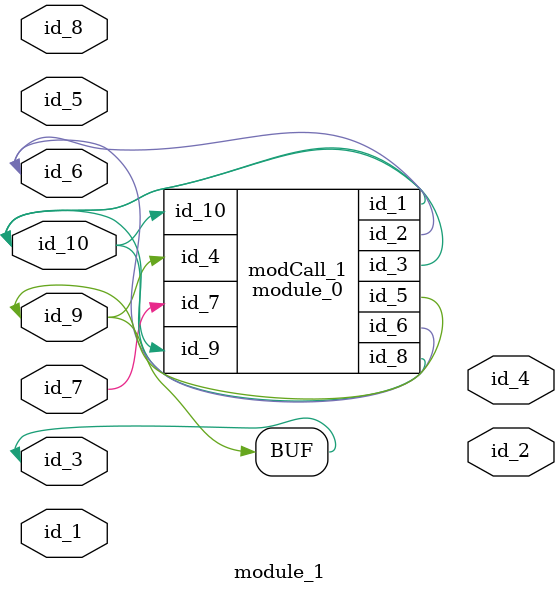
<source format=v>
module module_0 (
    id_1,
    id_2,
    id_3,
    id_4,
    id_5,
    id_6,
    id_7,
    id_8,
    id_9,
    id_10
);
  input wire id_10;
  input wire id_9;
  inout wire id_8;
  input wire id_7;
  inout wire id_6;
  output wire id_5;
  input wire id_4;
  output wire id_3;
  output wire id_2;
  inout wire id_1;
endmodule
module module_1 (
    id_1,
    id_2,
    id_3,
    id_4,
    id_5,
    id_6,
    id_7,
    id_8,
    id_9,
    id_10
);
  inout wire id_10;
  inout wire id_9;
  module_0 modCall_1 (
      id_10,
      id_6,
      id_10,
      id_9,
      id_9,
      id_6,
      id_7,
      id_10,
      id_10,
      id_10
  );
  input wire id_8;
  input wire id_7;
  inout wire id_6;
  input wire id_5;
  output wire id_4;
  inout wire id_3;
  output wire id_2;
  inout wire id_1;
  assign id_9 = id_3;
  wire id_11;
endmodule

</source>
